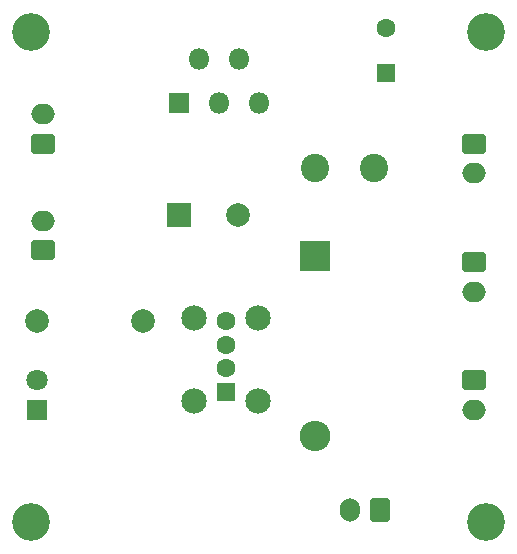
<source format=gbr>
G04 #@! TF.GenerationSoftware,KiCad,Pcbnew,(6.0.1)*
G04 #@! TF.CreationDate,2022-01-19T14:13:58+00:00*
G04 #@! TF.ProjectId,power_supply,706f7765-725f-4737-9570-706c792e6b69,rev?*
G04 #@! TF.SameCoordinates,Original*
G04 #@! TF.FileFunction,Soldermask,Bot*
G04 #@! TF.FilePolarity,Negative*
%FSLAX46Y46*%
G04 Gerber Fmt 4.6, Leading zero omitted, Abs format (unit mm)*
G04 Created by KiCad (PCBNEW (6.0.1)) date 2022-01-19 14:13:58*
%MOMM*%
%LPD*%
G01*
G04 APERTURE LIST*
G04 Aperture macros list*
%AMRoundRect*
0 Rectangle with rounded corners*
0 $1 Rounding radius*
0 $2 $3 $4 $5 $6 $7 $8 $9 X,Y pos of 4 corners*
0 Add a 4 corners polygon primitive as box body*
4,1,4,$2,$3,$4,$5,$6,$7,$8,$9,$2,$3,0*
0 Add four circle primitives for the rounded corners*
1,1,$1+$1,$2,$3*
1,1,$1+$1,$4,$5*
1,1,$1+$1,$6,$7*
1,1,$1+$1,$8,$9*
0 Add four rect primitives between the rounded corners*
20,1,$1+$1,$2,$3,$4,$5,0*
20,1,$1+$1,$4,$5,$6,$7,0*
20,1,$1+$1,$6,$7,$8,$9,0*
20,1,$1+$1,$8,$9,$2,$3,0*%
G04 Aperture macros list end*
%ADD10R,1.600000X1.600000*%
%ADD11C,1.600000*%
%ADD12C,2.150000*%
%ADD13O,1.700000X2.000000*%
%ADD14RoundRect,0.250000X0.600000X0.750000X-0.600000X0.750000X-0.600000X-0.750000X0.600000X-0.750000X0*%
%ADD15O,2.000000X1.700000*%
%ADD16RoundRect,0.250000X-0.750000X0.600000X-0.750000X-0.600000X0.750000X-0.600000X0.750000X0.600000X0*%
%ADD17C,2.000000*%
%ADD18C,1.800000*%
%ADD19R,1.800000X1.800000*%
%ADD20RoundRect,0.250000X0.750000X-0.600000X0.750000X0.600000X-0.750000X0.600000X-0.750000X-0.600000X0*%
%ADD21R,2.000000X2.000000*%
%ADD22R,2.600000X2.600000*%
%ADD23O,2.600000X2.600000*%
%ADD24C,2.400000*%
%ADD25C,3.200000*%
%ADD26O,1.800000X1.800000*%
G04 APERTURE END LIST*
D10*
X178500000Y-146000000D03*
D11*
X178500000Y-144000000D03*
X178500000Y-142000000D03*
X178500000Y-140000000D03*
D12*
X181220000Y-139730000D03*
X175780000Y-139730000D03*
X181220000Y-146730000D03*
X175780000Y-146730000D03*
D13*
X189000000Y-156000000D03*
D14*
X191500000Y-156000000D03*
D15*
X199500000Y-147500000D03*
D16*
X199500000Y-145000000D03*
D17*
X162500000Y-140000000D03*
X171500000Y-140000000D03*
D18*
X162500000Y-144960000D03*
D19*
X162500000Y-147500000D03*
D20*
X163000000Y-125000000D03*
D15*
X163000000Y-122500000D03*
D20*
X163000000Y-134000000D03*
D15*
X163000000Y-131500000D03*
D17*
X179500000Y-131000000D03*
D21*
X174500000Y-131000000D03*
D10*
X192000000Y-119000000D03*
D11*
X192000000Y-115200000D03*
D22*
X186000000Y-134500000D03*
D23*
X186000000Y-149740000D03*
D16*
X199500000Y-125000000D03*
D15*
X199500000Y-127500000D03*
D16*
X199500000Y-135000000D03*
D15*
X199500000Y-137500000D03*
D24*
X186000000Y-127000000D03*
X191000000Y-127000000D03*
D25*
X200500000Y-115500000D03*
X200500000Y-157000000D03*
X162000000Y-157000000D03*
X162000000Y-115500000D03*
D19*
X174500000Y-121500000D03*
D26*
X176200000Y-117800000D03*
X177900000Y-121500000D03*
X179600000Y-117800000D03*
X181300000Y-121500000D03*
M02*

</source>
